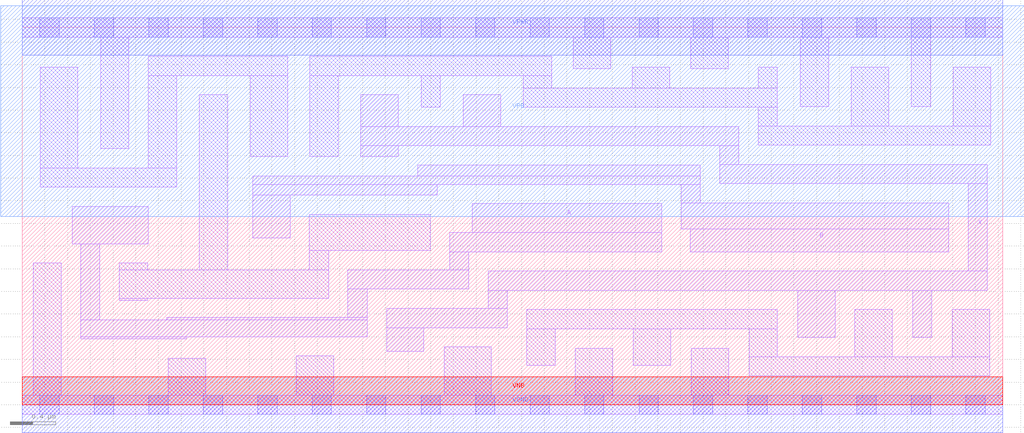
<source format=lef>
# Copyright 2020 The SkyWater PDK Authors
#
# Licensed under the Apache License, Version 2.0 (the "License");
# you may not use this file except in compliance with the License.
# You may obtain a copy of the License at
#
#     https://www.apache.org/licenses/LICENSE-2.0
#
# Unless required by applicable law or agreed to in writing, software
# distributed under the License is distributed on an "AS IS" BASIS,
# WITHOUT WARRANTIES OR CONDITIONS OF ANY KIND, either express or implied.
# See the License for the specific language governing permissions and
# limitations under the License.
#
# SPDX-License-Identifier: Apache-2.0

VERSION 5.7 ;
  NOWIREEXTENSIONATPIN ON ;
  DIVIDERCHAR "/" ;
  BUSBITCHARS "[]" ;
MACRO sky130_fd_sc_hs__xor2_4
  CLASS CORE ;
  FOREIGN sky130_fd_sc_hs__xor2_4 ;
  ORIGIN  0.000000  0.000000 ;
  SIZE  8.640000 BY  3.330000 ;
  SYMMETRY X Y ;
  SITE unit ;
  PIN A
    ANTENNAGATEAREA  1.638000 ;
    DIRECTION INPUT ;
    USE SIGNAL ;
    PORT
      LAYER li1 ;
        RECT 0.440000 1.420000 1.110000 1.750000 ;
        RECT 0.515000 0.580000 1.445000 0.600000 ;
        RECT 0.515000 0.600000 3.040000 0.750000 ;
        RECT 0.515000 0.750000 0.685000 1.420000 ;
        RECT 1.275000 0.750000 3.040000 0.770000 ;
        RECT 2.870000 0.770000 3.040000 1.020000 ;
        RECT 2.870000 1.020000 3.935000 1.190000 ;
        RECT 3.765000 1.190000 3.935000 1.350000 ;
        RECT 3.765000 1.350000 5.635000 1.520000 ;
        RECT 3.965000 1.520000 5.635000 1.775000 ;
    END
  END A
  PIN B
    ANTENNAGATEAREA  1.638000 ;
    DIRECTION INPUT ;
    USE SIGNAL ;
    PORT
      LAYER li1 ;
        RECT 2.030000 1.470000 2.360000 1.850000 ;
        RECT 2.030000 1.850000 3.655000 1.945000 ;
        RECT 2.030000 1.945000 5.975000 2.020000 ;
        RECT 3.485000 2.020000 5.975000 2.115000 ;
        RECT 5.805000 1.550000 8.165000 1.780000 ;
        RECT 5.805000 1.780000 5.975000 1.945000 ;
        RECT 5.885000 1.350000 8.165000 1.550000 ;
    END
  END B
  PIN X
    ANTENNADIFFAREA  1.504500 ;
    DIRECTION OUTPUT ;
    USE SIGNAL ;
    PORT
      LAYER li1 ;
        RECT 2.985000 2.190000 3.315000 2.285000 ;
        RECT 2.985000 2.285000 6.315000 2.455000 ;
        RECT 2.985000 2.455000 3.315000 2.735000 ;
        RECT 3.210000 0.470000 3.540000 0.680000 ;
        RECT 3.210000 0.680000 4.275000 0.850000 ;
        RECT 3.885000 2.455000 4.215000 2.735000 ;
        RECT 4.105000 0.850000 4.275000 1.010000 ;
        RECT 4.105000 1.010000 8.505000 1.180000 ;
        RECT 6.145000 1.950000 8.505000 2.120000 ;
        RECT 6.145000 2.120000 6.315000 2.285000 ;
        RECT 6.835000 0.595000 7.165000 1.010000 ;
        RECT 7.845000 0.595000 8.015000 1.010000 ;
        RECT 8.335000 1.180000 8.505000 1.950000 ;
    END
  END X
  PIN VGND
    DIRECTION INOUT ;
    USE GROUND ;
    PORT
      LAYER met1 ;
        RECT 0.000000 -0.245000 8.640000 0.245000 ;
    END
  END VGND
  PIN VNB
    DIRECTION INOUT ;
    USE GROUND ;
    PORT
      LAYER pwell ;
        RECT 0.000000 0.000000 8.640000 0.245000 ;
    END
  END VNB
  PIN VPB
    DIRECTION INOUT ;
    USE POWER ;
    PORT
      LAYER nwell ;
        RECT -0.190000 1.660000 8.830000 3.520000 ;
    END
  END VPB
  PIN VPWR
    DIRECTION INOUT ;
    USE POWER ;
    PORT
      LAYER met1 ;
        RECT 0.000000 3.085000 8.640000 3.575000 ;
    END
  END VPWR
  OBS
    LAYER li1 ;
      RECT 0.000000 -0.085000 8.640000 0.085000 ;
      RECT 0.000000  3.245000 8.640000 3.415000 ;
      RECT 0.095000  0.085000 0.345000 1.250000 ;
      RECT 0.160000  1.920000 1.360000 2.090000 ;
      RECT 0.160000  2.090000 0.490000 2.980000 ;
      RECT 0.690000  2.260000 0.940000 3.245000 ;
      RECT 0.855000  0.920000 1.105000 0.940000 ;
      RECT 0.855000  0.940000 2.700000 1.190000 ;
      RECT 0.855000  1.190000 1.105000 1.250000 ;
      RECT 1.110000  2.090000 1.360000 2.905000 ;
      RECT 1.110000  2.905000 2.340000 3.075000 ;
      RECT 1.285000  0.085000 1.615000 0.410000 ;
      RECT 1.560000  1.190000 1.810000 2.735000 ;
      RECT 2.010000  2.190000 2.340000 2.905000 ;
      RECT 2.415000  0.085000 2.745000 0.430000 ;
      RECT 2.530000  1.190000 2.700000 1.360000 ;
      RECT 2.530000  1.360000 3.595000 1.680000 ;
      RECT 2.535000  2.190000 2.785000 2.905000 ;
      RECT 2.535000  2.905000 4.665000 3.075000 ;
      RECT 3.515000  2.625000 3.685000 2.905000 ;
      RECT 3.720000  0.085000 4.135000 0.510000 ;
      RECT 4.415000  2.625000 6.655000 2.795000 ;
      RECT 4.415000  2.795000 4.665000 2.905000 ;
      RECT 4.445000  0.350000 4.695000 0.670000 ;
      RECT 4.445000  0.670000 6.655000 0.840000 ;
      RECT 4.855000  2.965000 5.185000 3.245000 ;
      RECT 4.875000  0.085000 5.205000 0.500000 ;
      RECT 5.375000  2.795000 5.705000 2.980000 ;
      RECT 5.385000  0.350000 5.715000 0.670000 ;
      RECT 5.890000  2.965000 6.220000 3.245000 ;
      RECT 5.895000  0.085000 6.225000 0.500000 ;
      RECT 6.405000  0.255000 8.525000 0.425000 ;
      RECT 6.405000  0.425000 6.655000 0.670000 ;
      RECT 6.485000  2.290000 8.535000 2.460000 ;
      RECT 6.485000  2.460000 6.655000 2.625000 ;
      RECT 6.485000  2.795000 6.655000 2.980000 ;
      RECT 6.855000  2.630000 7.105000 3.245000 ;
      RECT 7.305000  2.460000 7.635000 2.980000 ;
      RECT 7.335000  0.425000 7.665000 0.840000 ;
      RECT 7.835000  2.630000 8.005000 3.245000 ;
      RECT 8.195000  0.425000 8.525000 0.840000 ;
      RECT 8.205000  2.460000 8.535000 2.980000 ;
    LAYER mcon ;
      RECT 0.155000 -0.085000 0.325000 0.085000 ;
      RECT 0.155000  3.245000 0.325000 3.415000 ;
      RECT 0.635000 -0.085000 0.805000 0.085000 ;
      RECT 0.635000  3.245000 0.805000 3.415000 ;
      RECT 1.115000 -0.085000 1.285000 0.085000 ;
      RECT 1.115000  3.245000 1.285000 3.415000 ;
      RECT 1.595000 -0.085000 1.765000 0.085000 ;
      RECT 1.595000  3.245000 1.765000 3.415000 ;
      RECT 2.075000 -0.085000 2.245000 0.085000 ;
      RECT 2.075000  3.245000 2.245000 3.415000 ;
      RECT 2.555000 -0.085000 2.725000 0.085000 ;
      RECT 2.555000  3.245000 2.725000 3.415000 ;
      RECT 3.035000 -0.085000 3.205000 0.085000 ;
      RECT 3.035000  3.245000 3.205000 3.415000 ;
      RECT 3.515000 -0.085000 3.685000 0.085000 ;
      RECT 3.515000  3.245000 3.685000 3.415000 ;
      RECT 3.995000 -0.085000 4.165000 0.085000 ;
      RECT 3.995000  3.245000 4.165000 3.415000 ;
      RECT 4.475000 -0.085000 4.645000 0.085000 ;
      RECT 4.475000  3.245000 4.645000 3.415000 ;
      RECT 4.955000 -0.085000 5.125000 0.085000 ;
      RECT 4.955000  3.245000 5.125000 3.415000 ;
      RECT 5.435000 -0.085000 5.605000 0.085000 ;
      RECT 5.435000  3.245000 5.605000 3.415000 ;
      RECT 5.915000 -0.085000 6.085000 0.085000 ;
      RECT 5.915000  3.245000 6.085000 3.415000 ;
      RECT 6.395000 -0.085000 6.565000 0.085000 ;
      RECT 6.395000  3.245000 6.565000 3.415000 ;
      RECT 6.875000 -0.085000 7.045000 0.085000 ;
      RECT 6.875000  3.245000 7.045000 3.415000 ;
      RECT 7.355000 -0.085000 7.525000 0.085000 ;
      RECT 7.355000  3.245000 7.525000 3.415000 ;
      RECT 7.835000 -0.085000 8.005000 0.085000 ;
      RECT 7.835000  3.245000 8.005000 3.415000 ;
      RECT 8.315000 -0.085000 8.485000 0.085000 ;
      RECT 8.315000  3.245000 8.485000 3.415000 ;
  END
END sky130_fd_sc_hs__xor2_4
END LIBRARY

</source>
